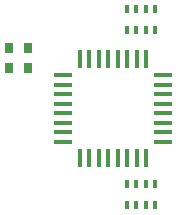
<source format=gbp>
G04 DipTrace 2.3.1.0*
%INminishift_BottomPaste.gbp*%
%MOIN*%
%ADD39R,0.0315X0.0354*%
%ADD43R,0.0138X0.0295*%
%ADD45R,0.0118X0.0591*%
%ADD47R,0.0591X0.0118*%
%FSLAX44Y44*%
G04*
G70*
G90*
G75*
G01*
%LNBotPaste*%
%LPD*%
D47*
X11236Y11236D3*
Y10921D3*
Y10606D3*
Y10291D3*
Y9976D3*
Y9661D3*
Y9346D3*
Y9031D3*
D45*
X10685Y8480D3*
X10370D3*
X10055D3*
X9740D3*
X9425D3*
X9110D3*
X8795D3*
X8480D3*
D47*
X7929Y9031D3*
Y9346D3*
Y9661D3*
Y9976D3*
Y10291D3*
Y10606D3*
Y10921D3*
Y11236D3*
D45*
X8480Y11787D3*
X8795D3*
X9110D3*
X9425D3*
X9740D3*
X10055D3*
X10370D3*
X10685D3*
D43*
X10986Y12736D3*
X10671D3*
X10356D3*
X10041D3*
Y13445D3*
X10356D3*
X10671D3*
X10986D3*
X10041Y7611D3*
X10356D3*
X10671D3*
X10986D3*
Y6903D3*
X10671D3*
X10356D3*
X10041D3*
D39*
X6111Y12156D3*
Y11487D3*
X6736Y12156D3*
Y11487D3*
M02*

</source>
